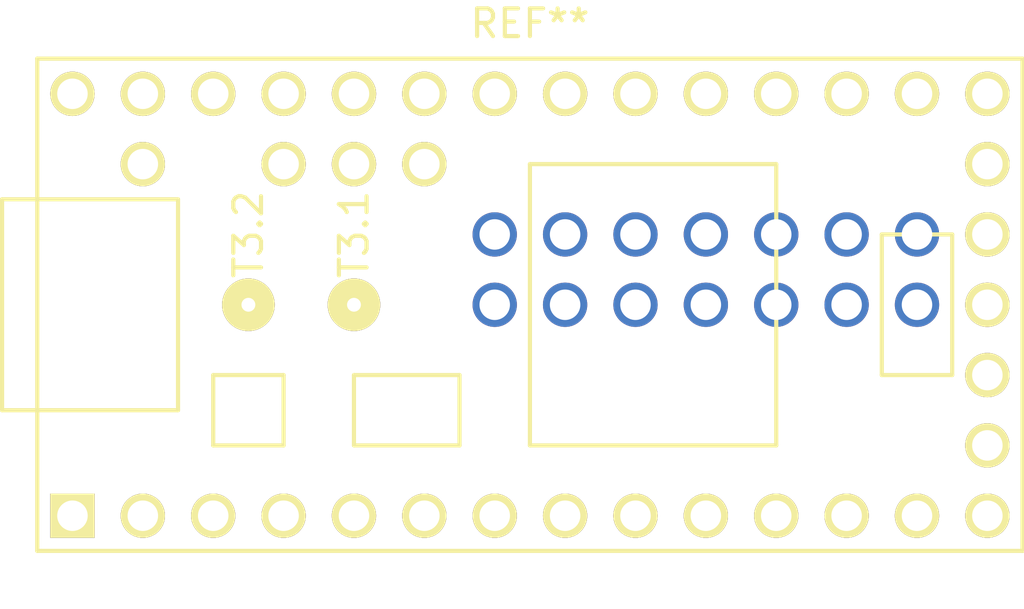
<source format=kicad_pcb>
(kicad_pcb (version 20171130) (host pcbnew "(5.0.2)-1")

  (general
    (thickness 1.6)
    (drawings 0)
    (tracks 0)
    (zones 0)
    (modules 1)
    (nets 1)
  )

  (page A4)
  (layers
    (0 F.Cu signal)
    (31 B.Cu signal)
    (32 B.Adhes user)
    (33 F.Adhes user)
    (34 B.Paste user)
    (35 F.Paste user)
    (36 B.SilkS user)
    (37 F.SilkS user)
    (38 B.Mask user)
    (39 F.Mask user)
    (40 Dwgs.User user)
    (41 Cmts.User user)
    (42 Eco1.User user)
    (43 Eco2.User user)
    (44 Edge.Cuts user)
    (45 Margin user)
    (46 B.CrtYd user)
    (47 F.CrtYd user)
    (48 B.Fab user)
    (49 F.Fab user)
  )

  (setup
    (last_trace_width 0.25)
    (trace_clearance 0.2)
    (zone_clearance 0.508)
    (zone_45_only no)
    (trace_min 0.2)
    (segment_width 0.2)
    (edge_width 0.15)
    (via_size 0.8)
    (via_drill 0.4)
    (via_min_size 0.4)
    (via_min_drill 0.3)
    (uvia_size 0.3)
    (uvia_drill 0.1)
    (uvias_allowed no)
    (uvia_min_size 0.2)
    (uvia_min_drill 0.1)
    (pcb_text_width 0.3)
    (pcb_text_size 1.5 1.5)
    (mod_edge_width 0.15)
    (mod_text_size 1 1)
    (mod_text_width 0.15)
    (pad_size 1.524 1.524)
    (pad_drill 0.762)
    (pad_to_mask_clearance 0.051)
    (solder_mask_min_width 0.25)
    (aux_axis_origin 0 0)
    (visible_elements FFFFFF7F)
    (pcbplotparams
      (layerselection 0x010fc_ffffffff)
      (usegerberextensions false)
      (usegerberattributes false)
      (usegerberadvancedattributes false)
      (creategerberjobfile false)
      (excludeedgelayer true)
      (linewidth 0.100000)
      (plotframeref false)
      (viasonmask false)
      (mode 1)
      (useauxorigin false)
      (hpglpennumber 1)
      (hpglpenspeed 20)
      (hpglpendiameter 15.000000)
      (psnegative false)
      (psa4output false)
      (plotreference true)
      (plotvalue true)
      (plotinvisibletext false)
      (padsonsilk false)
      (subtractmaskfromsilk false)
      (outputformat 1)
      (mirror false)
      (drillshape 1)
      (scaleselection 1)
      (outputdirectory ""))
  )

  (net 0 "")

  (net_class Default "This is the default net class."
    (clearance 0.2)
    (trace_width 0.25)
    (via_dia 0.8)
    (via_drill 0.4)
    (uvia_dia 0.3)
    (uvia_drill 0.1)
  )

  (module teensy:Teensy30_31_32_LC (layer F.Cu) (tedit 5A29202F) (tstamp 5C2227BC)
    (at 154.94 100.33)
    (fp_text reference REF** (at 0 -10.16) (layer F.SilkS)
      (effects (font (size 1 1) (thickness 0.15)))
    )
    (fp_text value Teensy3.0/3.1/3.2/LC (at 0 10.16) (layer F.Fab)
      (effects (font (size 1 1) (thickness 0.15)))
    )
    (fp_line (start -17.78 8.89) (end -17.78 -8.89) (layer F.SilkS) (width 0.15))
    (fp_line (start 17.78 8.89) (end -17.78 8.89) (layer F.SilkS) (width 0.15))
    (fp_line (start 17.78 -8.89) (end 17.78 8.89) (layer F.SilkS) (width 0.15))
    (fp_line (start -17.78 -8.89) (end 17.78 -8.89) (layer F.SilkS) (width 0.15))
    (fp_line (start 8.89 5.08) (end 0 5.08) (layer F.SilkS) (width 0.15))
    (fp_line (start 8.89 -5.08) (end 0 -5.08) (layer F.SilkS) (width 0.15))
    (fp_line (start 0 -5.08) (end 0 5.08) (layer F.SilkS) (width 0.15))
    (fp_line (start 8.89 5.08) (end 8.89 -5.08) (layer F.SilkS) (width 0.15))
    (fp_line (start 12.7 -2.54) (end 15.24 -2.54) (layer F.SilkS) (width 0.15))
    (fp_line (start 12.7 2.54) (end 12.7 -2.54) (layer F.SilkS) (width 0.15))
    (fp_line (start 15.24 2.54) (end 12.7 2.54) (layer F.SilkS) (width 0.15))
    (fp_line (start 15.24 -2.54) (end 15.24 2.54) (layer F.SilkS) (width 0.15))
    (fp_line (start -11.43 2.54) (end -11.43 5.08) (layer F.SilkS) (width 0.15))
    (fp_line (start -8.89 2.54) (end -11.43 2.54) (layer F.SilkS) (width 0.15))
    (fp_line (start -8.89 5.08) (end -8.89 2.54) (layer F.SilkS) (width 0.15))
    (fp_line (start -11.43 5.08) (end -8.89 5.08) (layer F.SilkS) (width 0.15))
    (fp_line (start -12.7 3.81) (end -17.78 3.81) (layer F.SilkS) (width 0.15))
    (fp_line (start -12.7 -3.81) (end -17.78 -3.81) (layer F.SilkS) (width 0.15))
    (fp_line (start -12.7 3.81) (end -12.7 -3.81) (layer F.SilkS) (width 0.15))
    (fp_line (start -6.35 2.54) (end -6.35 5.08) (layer F.SilkS) (width 0.15))
    (fp_line (start -2.54 2.54) (end -6.35 2.54) (layer F.SilkS) (width 0.15))
    (fp_line (start -2.54 5.08) (end -2.54 2.54) (layer F.SilkS) (width 0.15))
    (fp_line (start -6.35 5.08) (end -2.54 5.08) (layer F.SilkS) (width 0.15))
    (fp_line (start -19.05 -3.81) (end -17.78 -3.81) (layer F.SilkS) (width 0.15))
    (fp_line (start -19.05 3.81) (end -19.05 -3.81) (layer F.SilkS) (width 0.15))
    (fp_line (start -17.78 3.81) (end -19.05 3.81) (layer F.SilkS) (width 0.15))
    (fp_text user T3.1 (at -6.35 -2.54 90) (layer F.SilkS)
      (effects (font (size 1 1) (thickness 0.15)))
    )
    (fp_text user T3.2 (at -10.16 -2.54 90) (layer F.SilkS)
      (effects (font (size 1 1) (thickness 0.15)))
    )
    (pad 52 thru_hole circle (at -10.16 0) (size 1.9 1.9) (drill 0.5) (layers *.Cu *.Mask F.SilkS))
    (pad 52 thru_hole circle (at -6.35 0) (size 1.9 1.9) (drill 0.5) (layers *.Cu *.Mask F.SilkS))
    (pad 51 thru_hole circle (at -1.27 -2.54) (size 1.6 1.6) (drill 1.1) (layers *.Cu *.Mask))
    (pad 50 thru_hole circle (at 1.27 -2.54) (size 1.6 1.6) (drill 1.1) (layers *.Cu *.Mask))
    (pad 49 thru_hole circle (at 3.81 -2.54) (size 1.6 1.6) (drill 1.1) (layers *.Cu *.Mask))
    (pad 48 thru_hole circle (at 6.35 -2.54) (size 1.6 1.6) (drill 1.1) (layers *.Cu *.Mask))
    (pad 47 thru_hole circle (at 8.89 -2.54) (size 1.6 1.6) (drill 1.1) (layers *.Cu *.Mask))
    (pad 46 thru_hole circle (at 11.43 -2.54) (size 1.6 1.6) (drill 1.1) (layers *.Cu *.Mask))
    (pad 45 thru_hole circle (at 13.97 -2.54) (size 1.6 1.6) (drill 1.1) (layers *.Cu *.Mask))
    (pad 44 thru_hole circle (at 13.97 0) (size 1.6 1.6) (drill 1.1) (layers *.Cu *.Mask))
    (pad 43 thru_hole circle (at 11.43 0) (size 1.6 1.6) (drill 1.1) (layers *.Cu *.Mask))
    (pad 42 thru_hole circle (at 8.89 0) (size 1.6 1.6) (drill 1.1) (layers *.Cu *.Mask))
    (pad 41 thru_hole circle (at 6.35 0) (size 1.6 1.6) (drill 1.1) (layers *.Cu *.Mask))
    (pad 40 thru_hole circle (at 3.81 0) (size 1.6 1.6) (drill 1.1) (layers *.Cu *.Mask))
    (pad 39 thru_hole circle (at 1.27 0) (size 1.6 1.6) (drill 1.1) (layers *.Cu *.Mask))
    (pad 38 thru_hole circle (at -1.27 0) (size 1.6 1.6) (drill 1.1) (layers *.Cu *.Mask))
    (pad 1 thru_hole rect (at -16.51 7.62) (size 1.6 1.6) (drill 1.1) (layers *.Cu *.Mask F.SilkS))
    (pad 2 thru_hole circle (at -13.97 7.62) (size 1.6 1.6) (drill 1.1) (layers *.Cu *.Mask F.SilkS))
    (pad 3 thru_hole circle (at -11.43 7.62) (size 1.6 1.6) (drill 1.1) (layers *.Cu *.Mask F.SilkS))
    (pad 4 thru_hole circle (at -8.89 7.62) (size 1.6 1.6) (drill 1.1) (layers *.Cu *.Mask F.SilkS))
    (pad 5 thru_hole circle (at -6.35 7.62) (size 1.6 1.6) (drill 1.1) (layers *.Cu *.Mask F.SilkS))
    (pad 6 thru_hole circle (at -3.81 7.62) (size 1.6 1.6) (drill 1.1) (layers *.Cu *.Mask F.SilkS))
    (pad 7 thru_hole circle (at -1.27 7.62) (size 1.6 1.6) (drill 1.1) (layers *.Cu *.Mask F.SilkS))
    (pad 8 thru_hole circle (at 1.27 7.62) (size 1.6 1.6) (drill 1.1) (layers *.Cu *.Mask F.SilkS))
    (pad 9 thru_hole circle (at 3.81 7.62) (size 1.6 1.6) (drill 1.1) (layers *.Cu *.Mask F.SilkS))
    (pad 10 thru_hole circle (at 6.35 7.62) (size 1.6 1.6) (drill 1.1) (layers *.Cu *.Mask F.SilkS))
    (pad 11 thru_hole circle (at 8.89 7.62) (size 1.6 1.6) (drill 1.1) (layers *.Cu *.Mask F.SilkS))
    (pad 12 thru_hole circle (at 11.43 7.62) (size 1.6 1.6) (drill 1.1) (layers *.Cu *.Mask F.SilkS))
    (pad 13 thru_hole circle (at 13.97 7.62) (size 1.6 1.6) (drill 1.1) (layers *.Cu *.Mask F.SilkS))
    (pad 37 thru_hole circle (at -3.81 -5.08) (size 1.6 1.6) (drill 1.1) (layers *.Cu *.Mask F.SilkS))
    (pad 36 thru_hole circle (at -6.35 -5.08) (size 1.6 1.6) (drill 1.1) (layers *.Cu *.Mask F.SilkS))
    (pad 35 thru_hole circle (at -8.89 -5.08) (size 1.6 1.6) (drill 1.1) (layers *.Cu *.Mask F.SilkS))
    (pad 34 thru_hole circle (at -13.97 -5.08) (size 1.6 1.6) (drill 1.1) (layers *.Cu *.Mask F.SilkS))
    (pad 33 thru_hole circle (at -16.51 -7.62) (size 1.6 1.6) (drill 1.1) (layers *.Cu *.Mask F.SilkS))
    (pad 32 thru_hole circle (at -13.97 -7.62) (size 1.6 1.6) (drill 1.1) (layers *.Cu *.Mask F.SilkS))
    (pad 31 thru_hole circle (at -11.43 -7.62) (size 1.6 1.6) (drill 1.1) (layers *.Cu *.Mask F.SilkS))
    (pad 30 thru_hole circle (at -8.89 -7.62) (size 1.6 1.6) (drill 1.1) (layers *.Cu *.Mask F.SilkS))
    (pad 29 thru_hole circle (at -6.35 -7.62) (size 1.6 1.6) (drill 1.1) (layers *.Cu *.Mask F.SilkS))
    (pad 28 thru_hole circle (at -3.81 -7.62) (size 1.6 1.6) (drill 1.1) (layers *.Cu *.Mask F.SilkS))
    (pad 27 thru_hole circle (at -1.27 -7.62) (size 1.6 1.6) (drill 1.1) (layers *.Cu *.Mask F.SilkS))
    (pad 26 thru_hole circle (at 1.27 -7.62) (size 1.6 1.6) (drill 1.1) (layers *.Cu *.Mask F.SilkS))
    (pad 25 thru_hole circle (at 3.81 -7.62) (size 1.6 1.6) (drill 1.1) (layers *.Cu *.Mask F.SilkS))
    (pad 24 thru_hole circle (at 6.35 -7.62) (size 1.6 1.6) (drill 1.1) (layers *.Cu *.Mask F.SilkS))
    (pad 23 thru_hole circle (at 8.89 -7.62) (size 1.6 1.6) (drill 1.1) (layers *.Cu *.Mask F.SilkS))
    (pad 22 thru_hole circle (at 11.43 -7.62) (size 1.6 1.6) (drill 1.1) (layers *.Cu *.Mask F.SilkS))
    (pad 21 thru_hole circle (at 13.97 -7.62) (size 1.6 1.6) (drill 1.1) (layers *.Cu *.Mask F.SilkS))
    (pad 14 thru_hole circle (at 16.51 7.62) (size 1.6 1.6) (drill 1.1) (layers *.Cu *.Mask F.SilkS))
    (pad 15 thru_hole circle (at 16.51 5.08) (size 1.6 1.6) (drill 1.1) (layers *.Cu *.Mask F.SilkS))
    (pad 16 thru_hole circle (at 16.51 2.54) (size 1.6 1.6) (drill 1.1) (layers *.Cu *.Mask F.SilkS))
    (pad 20 thru_hole circle (at 16.51 -7.62) (size 1.6 1.6) (drill 1.1) (layers *.Cu *.Mask F.SilkS))
    (pad 19 thru_hole circle (at 16.51 -5.08) (size 1.6 1.6) (drill 1.1) (layers *.Cu *.Mask F.SilkS))
    (pad 18 thru_hole circle (at 16.51 -2.54) (size 1.6 1.6) (drill 1.1) (layers *.Cu *.Mask F.SilkS))
    (pad 17 thru_hole circle (at 16.51 0) (size 1.6 1.6) (drill 1.1) (layers *.Cu *.Mask F.SilkS))
  )

)

</source>
